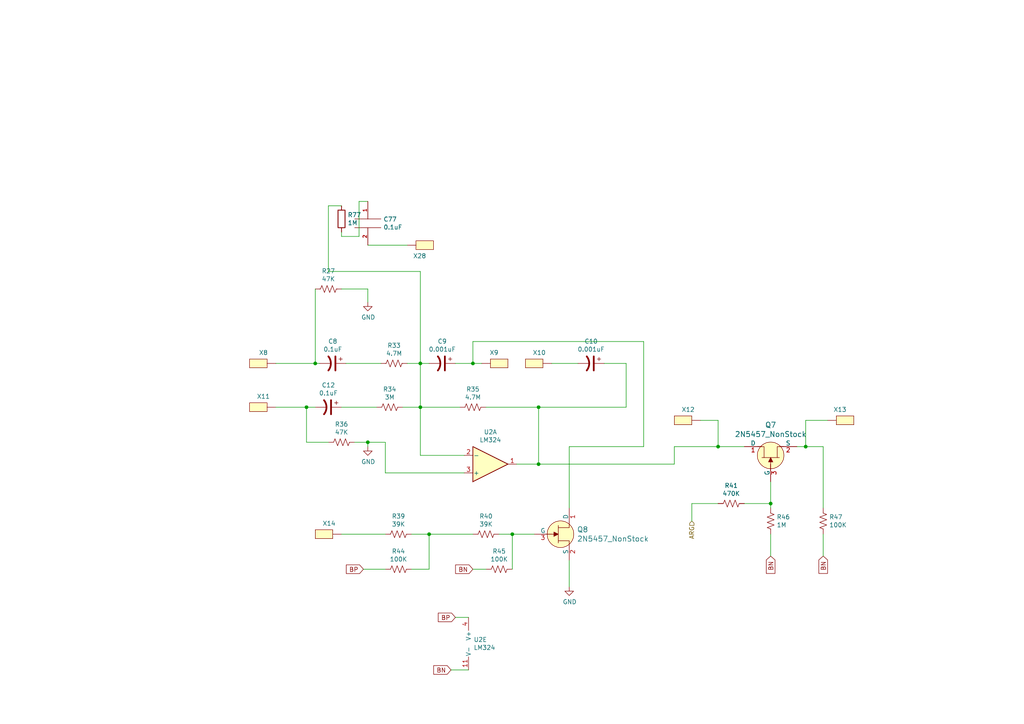
<source format=kicad_sch>
(kicad_sch (version 20230121) (generator eeschema)
  (paper "A4")
  (title_block (title "MFOS NOISE TOASTER Noise Box") (date "2020-10-07") (rev "1"))
  (lib_symbols
    (symbol "Device:R" (pin_numbers hide) (pin_names (offset 0))
      (property "Reference" "R" (at 2.032 0 90))
      (property "Value" "R" (at 0 0 90))
      (symbol "R_0_1"
        (rectangle (start -1.016 -2.54) (end 1.016 2.54) (stroke (width 0.254)))
      )
      (symbol "R_1_1"
        (pin passive line (at 0 3.81 270) (length 1.27) (name "~") (number "1"))
        (pin passive line (at 0 -3.81 90) (length 1.27) (name "~") (number "2"))
      )
    )
    (symbol "mfos_noise_toaster-rescue:2N5457_NonStock-dk_Transistors-JFETs" (pin_names (offset 0))
      (property "Reference" "Q" (at -2.6924 3.6322 0))
      (property "Value" "dk_Transistors-JFETs_2N5457_NonStock" (at -6.4008 -6.1976 0))
      (symbol "2N5457_NonStock-dk_Transistors-JFETs_0_1"
        (polyline (pts (xy -0.635 -2.54) (xy -0.635 2.54)))
        (polyline (pts (xy -0.635 0) (xy -4.445 0)))
        (polyline (pts (xy -0.635 -1.905) (xy 2.54 -1.905) (xy 2.54 -3.81)))
        (polyline (pts (xy -0.635 1.905) (xy 2.54 1.905) (xy 2.54 3.81)))
      )
      (symbol "2N5457_NonStock-dk_Transistors-JFETs_1_1"
        (polyline (pts (xy -1.905 0.635) (xy -1.905 -0.635) (xy -0.635 0) (xy -1.905 0.635)) (fill (type outline)))
        (circle (center 0 0) (radius 3.8608) (fill (type background)))
        (pin passive line (at 2.54 -7.62 90) (length 5.08) (name "D") (number "1"))
        (pin passive line (at 2.54 7.62 270) (length 5.08) (name "S") (number "2"))
        (pin input line (at -7.62 0 0) (length 5.08) (name "G") (number "3"))
      )
    )
    (symbol "mfos_noise_toaster-rescue:CAP-pspice" (pin_names (offset 0.254))
      (property "Reference" "C" (at 2.54 3.81 90))
      (property "Value" "pspice_CAP" (at 2.54 -3.81 90))
      (symbol "CAP-pspice_0_1"
        (polyline (pts (xy -3.81 -1.27) (xy 3.81 -1.27)))
        (polyline (pts (xy -3.81 1.27) (xy 3.81 1.27)))
      )
      (symbol "CAP-pspice_1_1"
        (pin passive line (at 0 6.35 270) (length 5.08) (name "~") (number "1"))
        (pin passive line (at 0 -6.35 90) (length 5.08) (name "~") (number "2"))
      )
    )
    (symbol "mfos_noise_toaster-rescue:CP1-Device" (pin_numbers hide) (pin_names (offset 0.254) hide)
      (property "Reference" "C" (at 0.635 2.54 0))
      (property "Value" "Device_CP1" (at 0.635 -2.54 0))
      (symbol "CP1-Device_0_1"
        (polyline (pts (xy -2.032 0.762) (xy 2.032 0.762)) (stroke (width 0.508)))
        (polyline (pts (xy -1.778 2.286) (xy -0.762 2.286)))
        (polyline (pts (xy -1.27 1.778) (xy -1.27 2.794)))
        (arc (start 2.032 -1.27) (mid 0 -0.5572) (end -2.032 -1.27) (stroke (width 0.508)))
      )
      (symbol "CP1-Device_1_1"
        (pin passive line (at 0 3.81 270) (length 2.794) (name "~") (number "1"))
        (pin passive line (at 0 -3.81 90) (length 3.302) (name "~") (number "2"))
      )
    )
    (symbol "mfos_noise_toaster-rescue:GND-power" (power) (pin_names (offset 0))
      (property "Value" "GND-power" (at 0 -3.81 0))
      (symbol "GND-power_0_1"
        (polyline (pts (xy 0 0) (xy 0 -1.27) (xy 1.27 -1.27) (xy 0 -2.54) (xy -1.27 -1.27) (xy 0 -1.27)))
      )
      (symbol "GND-power_1_1"
        (pin power_in line (at 0 0 270) (length 0) hide (name "GND") (number "1"))
      )
    )
    (symbol "mfos_noise_toaster-rescue:LM324-Amplifier_Operational" (pin_names (offset 0.127))
      (property "Reference" "U" (at 0 5.08 0))
      (property "Value" "LM324-Amplifier_Operational" (at 0 -5.08 0))
      (symbol "LM324-Amplifier_Operational_1_1"
        (polyline (pts (xy -5.08 5.08) (xy 5.08 0) (xy -5.08 -5.08) (xy -5.08 5.08)) (stroke (width 0.254)) (fill (type background)))
        (pin output line (at 7.62 0 180) (length 2.54) (name "~") (number "1"))
        (pin input line (at -7.62 -2.54 0) (length 2.54) (name "-") (number "2"))
        (pin input line (at -7.62 2.54 0) (length 2.54) (name "+") (number "3"))
      )
      (symbol "LM324-Amplifier_Operational_2_1"
        (polyline (pts (xy -5.08 5.08) (xy 5.08 0) (xy -5.08 -5.08) (xy -5.08 5.08)) (stroke (width 0.254)) (fill (type background)))
        (pin input line (at -7.62 2.54 0) (length 2.54) (name "+") (number "5"))
        (pin input line (at -7.62 -2.54 0) (length 2.54) (name "-") (number "6"))
        (pin output line (at 7.62 0 180) (length 2.54) (name "~") (number "7"))
      )
      (symbol "LM324-Amplifier_Operational_3_1"
        (polyline (pts (xy -5.08 5.08) (xy 5.08 0) (xy -5.08 -5.08) (xy -5.08 5.08)) (stroke (width 0.254)) (fill (type background)))
        (pin input line (at -7.62 2.54 0) (length 2.54) (name "+") (number "10"))
        (pin output line (at 7.62 0 180) (length 2.54) (name "~") (number "8"))
        (pin input line (at -7.62 -2.54 0) (length 2.54) (name "-") (number "9"))
      )
      (symbol "LM324-Amplifier_Operational_4_1"
        (polyline (pts (xy -5.08 5.08) (xy 5.08 0) (xy -5.08 -5.08) (xy -5.08 5.08)) (stroke (width 0.254)) (fill (type background)))
        (pin input line (at -7.62 2.54 0) (length 2.54) (name "+") (number "12"))
        (pin input line (at -7.62 -2.54 0) (length 2.54) (name "-") (number "13"))
        (pin output line (at 7.62 0 180) (length 2.54) (name "~") (number "14"))
      )
      (symbol "LM324-Amplifier_Operational_5_1"
        (pin power_in line (at -2.54 -7.62 90) (length 3.81) (name "V-") (number "11"))
        (pin power_in line (at -2.54 7.62 270) (length 3.81) (name "V+") (number "4"))
      )
    )
    (symbol "mfos_noise_toaster-rescue:Pad-samz-symbol" (pin_numbers hide) (pin_names (offset 1.016))
      (property "Reference" "X" (at 1.27 0 0))
      (property "Value" "Pad-samz-symbol" (at -1.27 2.54 0))
      (symbol "Pad-samz-symbol_0_1"
        (rectangle (start 0 1.27) (end 5.08 -1.27) (fill (type background)))
      )
      (symbol "Pad-samz-symbol_1_1"
        (pin passive line (at -2.54 0 0) (length 2.54) (name "~") (number "1"))
      )
    )
    (symbol "mfos_noise_toaster-rescue:R_US-Device" (pin_numbers hide) (pin_names (offset 0))
      (property "Reference" "R" (at 2.54 0 90))
      (property "Value" "R_US-Device" (at -2.54 0 90))
      (symbol "R_US-Device_0_1"
        (polyline (pts (xy 0 -2.286) (xy 0 -2.54)))
        (polyline (pts (xy 0 2.286) (xy 0 2.54)))
        (polyline (pts (xy 0 -0.762) (xy 1.016 -1.143) (xy 0 -1.524) (xy -1.016 -1.905) (xy 0 -2.286)))
        (polyline (pts (xy 0 0.762) (xy 1.016 0.381) (xy 0 0) (xy -1.016 -0.381) (xy 0 -0.762)))
        (polyline (pts (xy 0 2.286) (xy 1.016 1.905) (xy 0 1.524) (xy -1.016 1.143) (xy 0 0.762)))
      )
      (symbol "R_US-Device_1_1"
        (pin passive line (at 0 3.81 270) (length 1.27) (name "~") (number "1"))
        (pin passive line (at 0 -3.81 90) (length 1.27) (name "~") (number "2"))
      )
    )
  )
  (junction (at 208.28 129.54))
  (junction (at 106.68 128.27))
  (junction (at 121.92 118.11))
  (junction (at 88.9 118.11))
  (junction (at 121.92 105.41))
  (junction (at 148.59 154.94))
  (junction (at 124.46 154.94))
  (junction (at 156.21 118.11))
  (junction (at 233.68 129.54))
  (junction (at 137.16 105.41))
  (junction (at 91.44 105.41))
  (junction (at 156.21 134.62))
  (junction (at 223.52 146.05))
  (wire (pts (xy 165.1 162.56) (xy 165.1 170.18)))
  (wire (pts (xy 233.68 121.92) (xy 233.68 129.54)))
  (wire (pts (xy 156.21 134.62) (xy 156.21 118.11)))
  (wire (pts (xy 132.08 179.07) (xy 135.89 179.07)))
  (wire (pts (xy 208.28 129.54) (xy 215.9 129.54)))
  (wire (pts (xy 111.76 165.1) (xy 105.41 165.1)))
  (wire (pts (xy 208.28 121.92) (xy 208.28 129.54)))
  (wire (pts (xy 149.86 134.62) (xy 156.21 134.62)))
  (wire (pts (xy 195.58 134.62) (xy 195.58 129.54)))
  (wire (pts (xy 165.1 129.54) (xy 186.69 129.54)))
  (wire (pts (xy 124.46 154.94) (xy 124.46 165.1)))
  (wire (pts (xy 238.76 161.29) (xy 238.76 154.94)))
  (wire (pts (xy 133.35 118.11) (xy 121.92 118.11)))
  (wire (pts (xy 156.21 118.11) (xy 181.61 118.11)))
  (wire (pts (xy 99.06 118.11) (xy 109.22 118.11)))
  (wire (pts (xy 200.66 146.05) (xy 200.66 151.13)))
  (wire (pts (xy 124.46 154.94) (xy 137.16 154.94)))
  (wire (pts (xy 137.16 165.1) (xy 140.97 165.1)))
  (wire (pts (xy 148.59 154.94) (xy 144.78 154.94)))
  (wire (pts (xy 148.59 165.1) (xy 148.59 154.94)))
  (wire (pts (xy 231.14 129.54) (xy 233.68 129.54)))
  (wire (pts (xy 88.9 128.27) (xy 95.25 128.27)))
  (wire (pts (xy 181.61 105.41) (xy 181.61 118.11)))
  (wire (pts (xy 121.92 118.11) (xy 121.92 105.41)))
  (wire (pts (xy 88.9 118.11) (xy 80.01 118.11)))
  (wire (pts (xy 175.26 105.41) (xy 181.61 105.41)))
  (wire (pts (xy 95.25 59.69) (xy 95.25 78.74)))
  (wire (pts (xy 124.46 165.1) (xy 119.38 165.1)))
  (wire (pts (xy 215.9 146.05) (xy 223.52 146.05)))
  (wire (pts (xy 106.68 128.27) (xy 111.76 128.27)))
  (wire (pts (xy 240.03 121.92) (xy 233.68 121.92)))
  (wire (pts (xy 91.44 105.41) (xy 92.71 105.41)))
  (wire (pts (xy 208.28 146.05) (xy 200.66 146.05)))
  (wire (pts (xy 238.76 147.32) (xy 238.76 129.54)))
  (wire (pts (xy 104.14 58.42) (xy 106.68 58.42)))
  (wire (pts (xy 121.92 78.74) (xy 121.92 105.41)))
  (wire (pts (xy 99.06 154.94) (xy 111.76 154.94)))
  (wire (pts (xy 111.76 137.16) (xy 134.62 137.16)))
  (wire (pts (xy 233.68 129.54) (xy 238.76 129.54)))
  (wire (pts (xy 132.08 105.41) (xy 137.16 105.41)))
  (wire (pts (xy 88.9 118.11) (xy 91.44 118.11)))
  (wire (pts (xy 121.92 105.41) (xy 118.11 105.41)))
  (wire (pts (xy 116.84 118.11) (xy 121.92 118.11)))
  (wire (pts (xy 121.92 118.11) (xy 121.92 132.08)))
  (wire (pts (xy 102.87 128.27) (xy 106.68 128.27)))
  (wire (pts (xy 80.01 105.41) (xy 91.44 105.41)))
  (wire (pts (xy 95.25 78.74) (xy 121.92 78.74)))
  (wire (pts (xy 99.06 68.58) (xy 104.14 68.58)))
  (wire (pts (xy 124.46 105.41) (xy 121.92 105.41)))
  (wire (pts (xy 106.68 129.54) (xy 106.68 128.27)))
  (wire (pts (xy 100.33 105.41) (xy 110.49 105.41)))
  (wire (pts (xy 118.11 71.12) (xy 106.68 71.12)))
  (wire (pts (xy 104.14 68.58) (xy 104.14 58.42)))
  (wire (pts (xy 99.06 68.58) (xy 99.06 67.31)))
  (wire (pts (xy 186.69 99.06) (xy 186.69 129.54)))
  (wire (pts (xy 99.06 83.82) (xy 106.68 83.82)))
  (wire (pts (xy 223.52 147.32) (xy 223.52 146.05)))
  (wire (pts (xy 119.38 154.94) (xy 124.46 154.94)))
  (wire (pts (xy 165.1 129.54) (xy 165.1 147.32)))
  (wire (pts (xy 91.44 83.82) (xy 91.44 105.41)))
  (wire (pts (xy 88.9 118.11) (xy 88.9 128.27)))
  (wire (pts (xy 223.52 161.29) (xy 223.52 154.94)))
  (wire (pts (xy 99.06 59.69) (xy 95.25 59.69)))
  (wire (pts (xy 195.58 129.54) (xy 208.28 129.54)))
  (wire (pts (xy 156.21 134.62) (xy 195.58 134.62)))
  (wire (pts (xy 137.16 105.41) (xy 137.16 99.06)))
  (wire (pts (xy 137.16 105.41) (xy 139.7 105.41)))
  (wire (pts (xy 130.81 194.31) (xy 135.89 194.31)))
  (wire (pts (xy 137.16 99.06) (xy 186.69 99.06)))
  (wire (pts (xy 106.68 87.63) (xy 106.68 83.82)))
  (wire (pts (xy 203.2 121.92) (xy 208.28 121.92)))
  (wire (pts (xy 111.76 128.27) (xy 111.76 137.16)))
  (wire (pts (xy 160.02 105.41) (xy 167.64 105.41)))
  (wire (pts (xy 154.94 154.94) (xy 148.59 154.94)))
  (wire (pts (xy 121.92 132.08) (xy 134.62 132.08)))
  (wire (pts (xy 223.52 146.05) (xy 223.52 139.7)))
  (wire (pts (xy 140.97 118.11) (xy 156.21 118.11)))
  (global_label "BP" (shape input) (at 105.41 165.1 180) (property "Intersheetrefs" "${INTERSHEET_REFS}" (effects hide)))
  (global_label "BP" (shape input) (at 132.08 179.07 180) (property "Intersheetrefs" "${INTERSHEET_REFS}" (effects hide)))
  (global_label "BN" (shape input) (at 137.16 165.1 180) (property "Intersheetrefs" "${INTERSHEET_REFS}" (effects hide)))
  (global_label "BN" (shape input) (at 130.81 194.31 180) (property "Intersheetrefs" "${INTERSHEET_REFS}" (effects hide)))
  (global_label "BN" (shape input) (at 223.52 161.29 270) (property "Intersheetrefs" "${INTERSHEET_REFS}" (effects hide)))
  (global_label "BN" (shape input) (at 238.76 161.29 270) (property "Intersheetrefs" "${INTERSHEET_REFS}" (effects hide)))
  (hierarchical_label "ARG" (shape input) (at 200.66 151.13 270))
  (symbol (lib_id "mfos_noise_toaster-rescue:LM324-Amplifier_Operational") (at 142.24 134.62 0) (mirror x) (unit 1)
    (property "Reference" "U2" (at 142.24 125.2982 0))
    (property "Value" "LM324" (at 142.24 127.6096 0))
    (property "Footprint" "Package_DIP:DIP-14_W7.62mm_LongPads" (effects hide))
    (property "Datasheet" "http://www.ti.com/lit/ds/symlink/lm2902-n.pdf" (effects hide))
  )
  (symbol (lib_id "mfos_noise_toaster-rescue:Pad-samz-symbol") (at 77.47 105.41 180) (unit 1)
    (property "Reference" "X8" (at 76.4032 102.2858 0))
    (property "Value" "Pad" (effects hide))
    (property "Footprint" "samz-kicad-library:pad" (effects hide))
  )
  (symbol (lib_id "mfos_noise_toaster-rescue:CP1-Device") (at 96.52 105.41 270) (unit 1)
    (property "Reference" "C8" (at 96.52 99.0092 90))
    (property "Value" "0.1uF" (at 96.52 101.3206 90))
    (property "Footprint" "samz-kicad-library:C_Disc_D5.0mm_W2.5mm_P3.50mm" (effects hide))
  )
  (symbol (lib_id "mfos_noise_toaster-rescue:R_US-Device") (at 114.3 105.41 270) (unit 1)
    (property "Reference" "R33" (at 114.3 100.203 90))
    (property "Value" "4.7M" (at 114.3 102.5144 90))
    (property "Footprint" "Resistor_THT:R_Axial_DIN0207_L6.3mm_D2.5mm_P10.16mm_Horizontal" (effects hide))
  )
  (symbol (lib_id "mfos_noise_toaster-rescue:CP1-Device") (at 128.27 105.41 270) (unit 1)
    (property "Reference" "C9" (at 128.27 99.0092 90))
    (property "Value" "0.001uF" (at 128.27 101.3206 90))
    (property "Footprint" "samz-kicad-library:C_Disc_D4.7mm_W2.5mm_P3.00mm" (effects hide))
  )
  (symbol (lib_id "mfos_noise_toaster-rescue:Pad-samz-symbol") (at 142.24 105.41 0) (unit 1)
    (property "Reference" "X9" (at 143.3068 102.2858 0))
    (property "Value" "Pad" (effects hide))
    (property "Footprint" "samz-kicad-library:pad" (effects hide))
  )
  (symbol (lib_id "mfos_noise_toaster-rescue:R_US-Device") (at 95.25 83.82 270) (unit 1)
    (property "Reference" "R27" (at 95.25 78.613 90))
    (property "Value" "47K" (at 95.25 80.9244 90))
    (property "Footprint" "Resistor_THT:R_Axial_DIN0207_L6.3mm_D2.5mm_P10.16mm_Horizontal" (effects hide))
  )
  (symbol (lib_id "mfos_noise_toaster-rescue:GND-power") (at 106.68 87.63 0) (unit 1)
    (property "Reference" "#PWR0101" (effects hide))
    (property "Value" "GND" (at 106.807 92.0242 0))
  )
  (symbol (lib_id "mfos_noise_toaster-rescue:CP1-Device") (at 171.45 105.41 270) (unit 1)
    (property "Reference" "C10" (at 171.45 99.0092 90))
    (property "Value" "0.001uF" (at 171.45 101.3206 90))
    (property "Footprint" "samz-kicad-library:C_Disc_D4.7mm_W2.5mm_P3.00mm" (effects hide))
  )
  (symbol (lib_id "mfos_noise_toaster-rescue:Pad-samz-symbol") (at 157.48 105.41 180) (unit 1)
    (property "Reference" "X10" (at 156.4132 102.2858 0))
    (property "Value" "Pad" (effects hide))
    (property "Footprint" "samz-kicad-library:pad" (effects hide))
  )
  (symbol (lib_id "mfos_noise_toaster-rescue:CP1-Device") (at 95.25 118.11 270) (unit 1)
    (property "Reference" "C12" (at 95.25 111.7092 90))
    (property "Value" "0.1uF" (at 95.25 114.0206 90))
    (property "Footprint" "samz-kicad-library:C_Disc_D5.0mm_W2.5mm_P3.50mm" (effects hide))
  )
  (symbol (lib_id "mfos_noise_toaster-rescue:R_US-Device") (at 113.03 118.11 270) (unit 1)
    (property "Reference" "R34" (at 113.03 112.903 90))
    (property "Value" "3M" (at 113.03 115.2144 90))
    (property "Footprint" "Resistor_THT:R_Axial_DIN0207_L6.3mm_D2.5mm_P10.16mm_Horizontal" (effects hide))
  )
  (symbol (lib_id "mfos_noise_toaster-rescue:R_US-Device") (at 99.06 128.27 270) (unit 1)
    (property "Reference" "R36" (at 99.06 123.063 90))
    (property "Value" "47K" (at 99.06 125.3744 90))
    (property "Footprint" "Resistor_THT:R_Axial_DIN0207_L6.3mm_D2.5mm_P10.16mm_Horizontal" (effects hide))
  )
  (symbol (lib_id "mfos_noise_toaster-rescue:R_US-Device") (at 137.16 118.11 270) (unit 1)
    (property "Reference" "R35" (at 137.16 112.903 90))
    (property "Value" "4.7M" (at 137.16 115.2144 90))
    (property "Footprint" "Resistor_THT:R_Axial_DIN0207_L6.3mm_D2.5mm_P10.16mm_Horizontal" (effects hide))
  )
  (symbol (lib_id "mfos_noise_toaster-rescue:GND-power") (at 106.68 129.54 0) (unit 1)
    (property "Reference" "#PWR0102" (effects hide))
    (property "Value" "GND" (at 106.807 133.9342 0))
  )
  (symbol (lib_id "mfos_noise_toaster-rescue:Pad-samz-symbol") (at 96.52 154.94 180) (unit 1)
    (property "Reference" "X14" (at 95.4532 151.8158 0))
    (property "Value" "Pad" (effects hide))
    (property "Footprint" "samz-kicad-library:pad" (effects hide))
  )
  (symbol (lib_id "mfos_noise_toaster-rescue:R_US-Device") (at 115.57 154.94 270) (unit 1)
    (property "Reference" "R39" (at 115.57 149.733 90))
    (property "Value" "39K" (at 115.57 152.0444 90))
    (property "Footprint" "Resistor_THT:R_Axial_DIN0207_L6.3mm_D2.5mm_P10.16mm_Horizontal" (effects hide))
  )
  (symbol (lib_id "mfos_noise_toaster-rescue:R_US-Device") (at 115.57 165.1 270) (unit 1)
    (property "Reference" "R44" (at 115.57 159.893 90))
    (property "Value" "100K" (at 115.57 162.2044 90))
    (property "Footprint" "Resistor_THT:R_Axial_DIN0207_L6.3mm_D2.5mm_P10.16mm_Horizontal" (effects hide))
  )
  (symbol (lib_id "mfos_noise_toaster-rescue:R_US-Device") (at 140.97 154.94 270) (unit 1)
    (property "Reference" "R40" (at 140.97 149.733 90))
    (property "Value" "39K" (at 140.97 152.0444 90))
    (property "Footprint" "Resistor_THT:R_Axial_DIN0207_L6.3mm_D2.5mm_P10.16mm_Horizontal" (effects hide))
  )
  (symbol (lib_id "mfos_noise_toaster-rescue:R_US-Device") (at 144.78 165.1 270) (unit 1)
    (property "Reference" "R45" (at 144.78 159.893 90))
    (property "Value" "100K" (at 144.78 162.2044 90))
    (property "Footprint" "Resistor_THT:R_Axial_DIN0207_L6.3mm_D2.5mm_P10.16mm_Horizontal" (effects hide))
  )
  (symbol (lib_id "mfos_noise_toaster-rescue:2N5457_NonStock-dk_Transistors-JFETs") (at 162.56 154.94 0) (mirror x) (unit 1)
    (property "Reference" "Q8" (at 167.3352 153.5938 0) (effects (font (size 1.524 1.524)) (justify left)))
    (property "Value" "2N5457_NonStock" (at 167.3352 156.2862 0) (effects (font (size 1.524 1.524)) (justify left)))
    (property "Footprint" "digikey-footprints:TO-92-3" (effects hide))
    (property "Datasheet" "https://my.centralsemi.com/get_document.php?cmp=1&mergetype=pd&mergepath=pd&pdf_id=2N5457-5459.PDF" (effects hide))
    (property "Digi-Key_PN" "2N5457-ND" (effects hide))
    (property "MPN" "2N5457" (effects hide))
    (property "Category" "Discrete Semiconductor Products" (effects hide))
    (property "Family" "Transistors - JFETs" (effects hide))
    (property "DK_Datasheet_Link" "https://my.centralsemi.com/get_document.php?cmp=1&mergetype=pd&mergepath=pd&pdf_id=2N5457-5459.PDF" (effects hide))
    (property "DK_Detail_Page" "/product-detail/en/central-semiconductor-corp/2N5457/2N5457-ND/4806918" (effects hide))
    (property "Description" "JFET N-CH 25V 0.31W TO-92" (effects hide))
    (property "Manufacturer" "Central Semiconductor Corp" (effects hide))
    (property "Status" "Active NonStock" (effects hide))
  )
  (symbol (lib_id "mfos_noise_toaster-rescue:GND-power") (at 165.1 170.18 0) (unit 1)
    (property "Reference" "#PWR0103" (effects hide))
    (property "Value" "GND" (at 165.227 174.5742 0))
  )
  (symbol (lib_id "mfos_noise_toaster-rescue:2N5457_NonStock-dk_Transistors-JFETs") (at 223.52 132.08 270) (mirror x) (unit 1)
    (property "Reference" "Q7" (at 223.52 123.2662 90) (effects (font (size 1.524 1.524))))
    (property "Value" "2N5457_NonStock" (at 223.52 125.9586 90) (effects (font (size 1.524 1.524))))
    (property "Footprint" "digikey-footprints:TO-92-3" (effects hide))
    (property "Datasheet" "https://my.centralsemi.com/get_document.php?cmp=1&mergetype=pd&mergepath=pd&pdf_id=2N5457-5459.PDF" (effects hide))
    (property "Digi-Key_PN" "2N5457-ND" (effects hide))
    (property "MPN" "2N5457" (effects hide))
    (property "Category" "Discrete Semiconductor Products" (effects hide))
    (property "Family" "Transistors - JFETs" (effects hide))
    (property "DK_Datasheet_Link" "https://my.centralsemi.com/get_document.php?cmp=1&mergetype=pd&mergepath=pd&pdf_id=2N5457-5459.PDF" (effects hide))
    (property "DK_Detail_Page" "/product-detail/en/central-semiconductor-corp/2N5457/2N5457-ND/4806918" (effects hide))
    (property "Description" "JFET N-CH 25V 0.31W TO-92" (effects hide))
    (property "Manufacturer" "Central Semiconductor Corp" (effects hide))
    (property "Status" "Active NonStock" (effects hide))
  )
  (symbol (lib_id "mfos_noise_toaster-rescue:R_US-Device") (at 223.52 151.13 180) (unit 1)
    (property "Reference" "R46" (at 225.2472 149.9616 0) (effects (justify right)))
    (property "Value" "1M" (at 225.2472 152.273 0) (effects (justify right)))
    (property "Footprint" "Resistor_THT:R_Axial_DIN0207_L6.3mm_D2.5mm_P10.16mm_Horizontal" (effects hide))
  )
  (symbol (lib_id "mfos_noise_toaster-rescue:R_US-Device") (at 238.76 151.13 180) (unit 1)
    (property "Reference" "R47" (at 240.4872 149.9616 0) (effects (justify right)))
    (property "Value" "100K" (at 240.4872 152.273 0) (effects (justify right)))
    (property "Footprint" "Resistor_THT:R_Axial_DIN0207_L6.3mm_D2.5mm_P10.16mm_Horizontal" (effects hide))
  )
  (symbol (lib_id "mfos_noise_toaster-rescue:R_US-Device") (at 212.09 146.05 90) (unit 1)
    (property "Reference" "R41" (at 212.09 140.843 90))
    (property "Value" "470K" (at 212.09 143.1544 90))
    (property "Footprint" "Resistor_THT:R_Axial_DIN0207_L6.3mm_D2.5mm_P10.16mm_Horizontal" (effects hide))
  )
  (symbol (lib_id "mfos_noise_toaster-rescue:Pad-samz-symbol") (at 242.57 121.92 0) (unit 1)
    (property "Reference" "X13" (at 243.6368 118.7958 0))
    (property "Value" "Pad" (effects hide))
    (property "Footprint" "samz-kicad-library:pad" (effects hide))
  )
  (symbol (lib_id "mfos_noise_toaster-rescue:Pad-samz-symbol") (at 200.66 121.92 180) (unit 1)
    (property "Reference" "X12" (at 199.5932 118.7958 0))
    (property "Value" "Pad" (effects hide))
    (property "Footprint" "samz-kicad-library:pad" (effects hide))
  )
  (symbol (lib_id "mfos_noise_toaster-rescue:LM324-Amplifier_Operational") (at 138.43 186.69 0) (unit 5)
    (property "Reference" "U2" (at 137.3632 185.5216 0) (effects (justify left)))
    (property "Value" "LM324" (at 137.3632 187.833 0) (effects (justify left)))
    (property "Footprint" "Package_DIP:DIP-14_W7.62mm_LongPads" (effects hide))
    (property "Datasheet" "http://www.ti.com/lit/ds/symlink/lm2902-n.pdf" (effects hide))
  )
  (symbol (lib_id "mfos_noise_toaster-rescue:Pad-samz-symbol") (at 120.65 71.12 0) (unit 1)
    (property "Reference" "X28" (at 121.7168 74.2442 0))
    (property "Value" "Pad" (effects hide))
    (property "Footprint" "samz-kicad-library:pad" (effects hide))
    (instances (project "mfos_noise_toaster" (path "" (reference "X28") (unit 1)) (path "" (reference "VCFinput") (unit 1))))
  )
  (symbol (lib_id "mfos_noise_toaster-rescue:CAP-pspice") (at 106.68 64.77 0) (unit 1)
    (property "Reference" "C77" (at 111.2012 63.6016 0) (effects (justify left)))
    (property "Value" "0.1uF" (at 111.2012 65.913 0) (effects (justify left)))
    (property "Footprint" "samz-kicad-library:C_Disc_D5.0mm_W2.5mm_P3.50mm" (effects hide))
  )
  (symbol (lib_id "Device:R") (at 99.06 63.5 0) (unit 1)
    (property "Reference" "R77" (at 100.838 62.3316 0) (effects (justify left)))
    (property "Value" "1M" (at 100.838 64.643 0) (effects (justify left)))
    (property "Footprint" "Resistor_THT:R_Axial_DIN0207_L6.3mm_D2.5mm_P10.16mm_Horizontal" (effects hide))
  )
  (symbol (lib_id "mfos_noise_toaster-rescue:Pad-samz-symbol") (at 77.47 118.11 180) (unit 1)
    (property "Reference" "X11" (at 76.4032 114.9858 0))
    (property "Value" "Pad" (effects hide))
    (property "Footprint" "samz-kicad-library:pad" (effects hide))
  )
)
</source>
